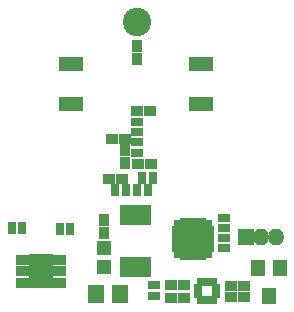
<source format=gts>
G04 #@! TF.FileFunction,Soldermask,Top*
%FSLAX46Y46*%
G04 Gerber Fmt 4.6, Leading zero omitted, Abs format (unit mm)*
G04 Created by KiCad (PCBNEW 4.0.6-e0-6349~52~ubuntu16.10.1) date Thu Nov 30 13:26:54 2017*
%MOMM*%
%LPD*%
G01*
G04 APERTURE LIST*
%ADD10C,0.100000*%
%ADD11R,2.100000X1.300000*%
%ADD12R,1.000000X0.900000*%
%ADD13R,0.900000X1.000000*%
%ADD14R,1.200000X1.200000*%
%ADD15R,0.800000X1.000000*%
%ADD16R,1.400000X1.650000*%
%ADD17R,1.400000X1.400000*%
%ADD18O,1.400000X1.400000*%
%ADD19R,1.000000X0.800000*%
%ADD20R,0.675000X0.650000*%
%ADD21R,0.650000X0.675000*%
%ADD22R,0.700000X0.700000*%
%ADD23R,0.650000X0.950000*%
%ADD24R,0.950000X0.650000*%
%ADD25R,2.100000X2.100000*%
%ADD26R,0.700000X1.800000*%
%ADD27R,2.000000X2.900000*%
%ADD28R,1.250000X0.850000*%
%ADD29R,1.200000X1.400000*%
%ADD30C,2.398980*%
G04 APERTURE END LIST*
D10*
D11*
X170500000Y-132700000D03*
X170500000Y-129300000D03*
D12*
X169100500Y-148018500D03*
X168000500Y-148018500D03*
X168000500Y-149098000D03*
X169100500Y-149098000D03*
X174137500Y-149034500D03*
X173037500Y-149034500D03*
X174159000Y-148082000D03*
X173059000Y-148082000D03*
D13*
X162306000Y-143573500D03*
X162306000Y-142473500D03*
X165064440Y-128889760D03*
X165064440Y-127789760D03*
D14*
X162306000Y-144907200D03*
X162306000Y-146507200D03*
D15*
X155384500Y-143192500D03*
X154484500Y-143192500D03*
X159448500Y-143256000D03*
X158548500Y-143256000D03*
D16*
X163623500Y-148780500D03*
X161623500Y-148780500D03*
D17*
X174345600Y-143967200D03*
D18*
X175615600Y-143967200D03*
X176885600Y-143967200D03*
D19*
X166497000Y-148913000D03*
X166497000Y-148013000D03*
X172466000Y-144007000D03*
X172466000Y-144907000D03*
X172466000Y-143192500D03*
X172466000Y-142292500D03*
D20*
X171768000Y-148776500D03*
X171768000Y-148276500D03*
D21*
X171505500Y-147751500D03*
X171005500Y-147751500D03*
X170505500Y-147751500D03*
D20*
X170243000Y-148276500D03*
X170243000Y-148776500D03*
D21*
X170505500Y-149301500D03*
X171005500Y-149301500D03*
X171505500Y-149301500D03*
D22*
X168585500Y-145363000D03*
D23*
X169100500Y-145448000D03*
X169600500Y-145448000D03*
X170100500Y-145448000D03*
X170600500Y-145448000D03*
D22*
X171115500Y-145363000D03*
D24*
X171200500Y-144348000D03*
X171200500Y-144848000D03*
X171200500Y-143848000D03*
X171200500Y-143348000D03*
D22*
X168585500Y-142833000D03*
D23*
X170600500Y-142748000D03*
X170100500Y-142748000D03*
X169600500Y-142748000D03*
X169100500Y-142748000D03*
D22*
X171115500Y-142833000D03*
D24*
X168500500Y-143348000D03*
X168500500Y-143848000D03*
X168500500Y-144348000D03*
X168500500Y-144848000D03*
D25*
X169850500Y-144098000D03*
D26*
X165973000Y-142094500D03*
X165473000Y-142094500D03*
X164973000Y-142094500D03*
X164473000Y-142094500D03*
X163973000Y-142094500D03*
X163973000Y-146494500D03*
X164473000Y-146494500D03*
X164973000Y-146494500D03*
X165473000Y-146494500D03*
X165973000Y-146494500D03*
D27*
X156948000Y-146859500D03*
D28*
X155448000Y-145859500D03*
X155448000Y-146859500D03*
X155448000Y-147859500D03*
X158448000Y-147859500D03*
X158448000Y-146859500D03*
X158448000Y-145859500D03*
D29*
X176276000Y-148964500D03*
X177226000Y-146564500D03*
X175326000Y-146564500D03*
D12*
X165098640Y-133271260D03*
X166198640Y-133271260D03*
X164065040Y-135620760D03*
X162965040Y-135620760D03*
X166278560Y-137728960D03*
X165178560Y-137728960D03*
D13*
X164073840Y-136594760D03*
X164073840Y-137694760D03*
D12*
X163836440Y-138993880D03*
X162736440Y-138993880D03*
D30*
X165049200Y-125730000D03*
D19*
X165115240Y-135072960D03*
X165115240Y-134172960D03*
X165115240Y-136807360D03*
X165115240Y-135907360D03*
D15*
X165997040Y-139989560D03*
X165097040Y-139989560D03*
X164145800Y-139984480D03*
X163245800Y-139984480D03*
X166433920Y-138943080D03*
X165533920Y-138943080D03*
D11*
X159486600Y-132700000D03*
X159486600Y-129300000D03*
M02*

</source>
